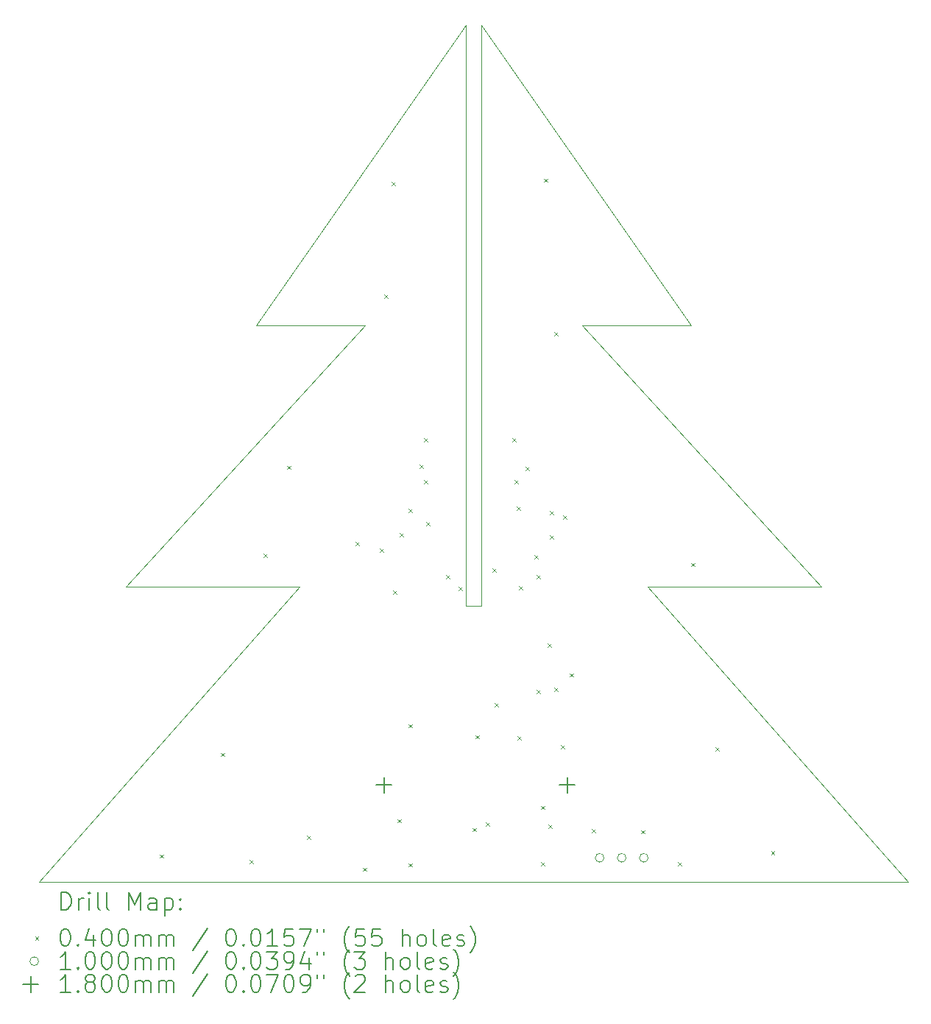
<source format=gbr>
%TF.GenerationSoftware,KiCad,Pcbnew,7.0.8*%
%TF.CreationDate,2024-03-10T12:53:17+01:00*%
%TF.ProjectId,PCB_Christmas_Tree,5043425f-4368-4726-9973-746d61735f54,rev?*%
%TF.SameCoordinates,Original*%
%TF.FileFunction,Drillmap*%
%TF.FilePolarity,Positive*%
%FSLAX45Y45*%
G04 Gerber Fmt 4.5, Leading zero omitted, Abs format (unit mm)*
G04 Created by KiCad (PCBNEW 7.0.8) date 2024-03-10 12:53:17*
%MOMM*%
%LPD*%
G01*
G04 APERTURE LIST*
%ADD10C,0.100000*%
%ADD11C,0.200000*%
%ADD12C,0.040000*%
%ADD13C,0.180000*%
G04 APERTURE END LIST*
D10*
X8345000Y-7780000D02*
X5595000Y-10780000D01*
X10845000Y-7780000D02*
X12095000Y-7780000D01*
X9685000Y-4320000D02*
X12095000Y-7780000D01*
X7595000Y-10780000D02*
X4595000Y-14180000D01*
X9685000Y-4320000D02*
X9685000Y-11000000D01*
X10845000Y-7780000D02*
X13595000Y-10780000D01*
X9505000Y-11000000D02*
X9505000Y-4320000D01*
X13595000Y-10780000D02*
X11595000Y-10780000D01*
X7095000Y-7780000D02*
X8345000Y-7780000D01*
X11595000Y-10780000D02*
X14595000Y-14180000D01*
X9505000Y-4320000D02*
X7095000Y-7780000D01*
X14595000Y-14180000D02*
X4595000Y-14180000D01*
X7595000Y-10780000D02*
X5595000Y-10780000D01*
X9685000Y-11000000D02*
X9505000Y-11000000D01*
D11*
D12*
X5987100Y-13861100D02*
X6027100Y-13901100D01*
X6027100Y-13861100D02*
X5987100Y-13901100D01*
X6685600Y-12692700D02*
X6725600Y-12732700D01*
X6725600Y-12692700D02*
X6685600Y-12732700D01*
X7015800Y-13924600D02*
X7055800Y-13964600D01*
X7055800Y-13924600D02*
X7015800Y-13964600D01*
X7180500Y-10399600D02*
X7220500Y-10439600D01*
X7220500Y-10399600D02*
X7180500Y-10439600D01*
X7447600Y-9390700D02*
X7487600Y-9430700D01*
X7487600Y-9390700D02*
X7447600Y-9430700D01*
X7676200Y-13645200D02*
X7716200Y-13685200D01*
X7716200Y-13645200D02*
X7676200Y-13685200D01*
X8235000Y-10267000D02*
X8275000Y-10307000D01*
X8275000Y-10267000D02*
X8235000Y-10307000D01*
X8323900Y-14013500D02*
X8363900Y-14053500D01*
X8363900Y-14013500D02*
X8323900Y-14053500D01*
X8514400Y-10343200D02*
X8554400Y-10383200D01*
X8554400Y-10343200D02*
X8514400Y-10383200D01*
X8565200Y-7422200D02*
X8605200Y-7462200D01*
X8605200Y-7422200D02*
X8565200Y-7462200D01*
X8654100Y-6126800D02*
X8694100Y-6166800D01*
X8694100Y-6126800D02*
X8654100Y-6166800D01*
X8666800Y-10825800D02*
X8706800Y-10865800D01*
X8706800Y-10825800D02*
X8666800Y-10865800D01*
X8717600Y-13455000D02*
X8757600Y-13495000D01*
X8757600Y-13455000D02*
X8717600Y-13495000D01*
X8743000Y-10165400D02*
X8783000Y-10205400D01*
X8783000Y-10165400D02*
X8743000Y-10205400D01*
X8844600Y-9886000D02*
X8884600Y-9926000D01*
X8884600Y-9886000D02*
X8844600Y-9926000D01*
X8844600Y-12362500D02*
X8884600Y-12402500D01*
X8884600Y-12362500D02*
X8844600Y-12402500D01*
X8844600Y-13962700D02*
X8884600Y-14002700D01*
X8884600Y-13962700D02*
X8844600Y-14002700D01*
X8971600Y-9378000D02*
X9011600Y-9418000D01*
X9011600Y-9378000D02*
X8971600Y-9418000D01*
X9022400Y-9073200D02*
X9062400Y-9113200D01*
X9062400Y-9073200D02*
X9022400Y-9113200D01*
X9022400Y-9555800D02*
X9062400Y-9595800D01*
X9062400Y-9555800D02*
X9022400Y-9595800D01*
X9047800Y-10037200D02*
X9087800Y-10077200D01*
X9087800Y-10037200D02*
X9047800Y-10077200D01*
X9276400Y-10648000D02*
X9316400Y-10688000D01*
X9316400Y-10648000D02*
X9276400Y-10688000D01*
X9422000Y-10783000D02*
X9462000Y-10823000D01*
X9462000Y-10783000D02*
X9422000Y-10823000D01*
X9581200Y-13556300D02*
X9621200Y-13596300D01*
X9621200Y-13556300D02*
X9581200Y-13596300D01*
X9619300Y-12489500D02*
X9659300Y-12529500D01*
X9659300Y-12489500D02*
X9619300Y-12529500D01*
X9733600Y-13492800D02*
X9773600Y-13532800D01*
X9773600Y-13492800D02*
X9733600Y-13532800D01*
X9809800Y-10571800D02*
X9849800Y-10611800D01*
X9849800Y-10571800D02*
X9809800Y-10611800D01*
X9835200Y-12121200D02*
X9875200Y-12161200D01*
X9875200Y-12121200D02*
X9835200Y-12161200D01*
X10038400Y-9073200D02*
X10078400Y-9113200D01*
X10078400Y-9073200D02*
X10038400Y-9113200D01*
X10063800Y-9555800D02*
X10103800Y-9595800D01*
X10103800Y-9555800D02*
X10063800Y-9595800D01*
X10089200Y-9860600D02*
X10129200Y-9900600D01*
X10129200Y-9860600D02*
X10089200Y-9900600D01*
X10101900Y-12502200D02*
X10141900Y-12542200D01*
X10141900Y-12502200D02*
X10101900Y-12542200D01*
X10114600Y-10775000D02*
X10154600Y-10815000D01*
X10154600Y-10775000D02*
X10114600Y-10815000D01*
X10190800Y-9403400D02*
X10230800Y-9443400D01*
X10230800Y-9403400D02*
X10190800Y-9443400D01*
X10292400Y-10419400D02*
X10332400Y-10459400D01*
X10332400Y-10419400D02*
X10292400Y-10459400D01*
X10317800Y-10648000D02*
X10357800Y-10688000D01*
X10357800Y-10648000D02*
X10317800Y-10688000D01*
X10317800Y-11968800D02*
X10357800Y-12008800D01*
X10357800Y-11968800D02*
X10317800Y-12008800D01*
X10368600Y-13302300D02*
X10408600Y-13342300D01*
X10408600Y-13302300D02*
X10368600Y-13342300D01*
X10368600Y-13950000D02*
X10408600Y-13990000D01*
X10408600Y-13950000D02*
X10368600Y-13990000D01*
X10406700Y-6088700D02*
X10446700Y-6128700D01*
X10446700Y-6088700D02*
X10406700Y-6128700D01*
X10444800Y-11435400D02*
X10484800Y-11475400D01*
X10484800Y-11435400D02*
X10444800Y-11475400D01*
X10457500Y-13518200D02*
X10497500Y-13558200D01*
X10497500Y-13518200D02*
X10457500Y-13558200D01*
X10470200Y-9911400D02*
X10510200Y-9951400D01*
X10510200Y-9911400D02*
X10470200Y-9951400D01*
X10470200Y-10190800D02*
X10510200Y-10230800D01*
X10510200Y-10190800D02*
X10470200Y-10230800D01*
X10521000Y-7854000D02*
X10561000Y-7894000D01*
X10561000Y-7854000D02*
X10521000Y-7894000D01*
X10521000Y-11943400D02*
X10561000Y-11983400D01*
X10561000Y-11943400D02*
X10521000Y-11983400D01*
X10597200Y-12603800D02*
X10637200Y-12643800D01*
X10637200Y-12603800D02*
X10597200Y-12643800D01*
X10622600Y-9962200D02*
X10662600Y-10002200D01*
X10662600Y-9962200D02*
X10622600Y-10002200D01*
X10698800Y-11777500D02*
X10738800Y-11817500D01*
X10738800Y-11777500D02*
X10698800Y-11817500D01*
X10952800Y-13569000D02*
X10992800Y-13609000D01*
X10992800Y-13569000D02*
X10952800Y-13609000D01*
X11524300Y-13581700D02*
X11564300Y-13621700D01*
X11564300Y-13581700D02*
X11524300Y-13621700D01*
X11943400Y-13950000D02*
X11983400Y-13990000D01*
X11983400Y-13950000D02*
X11943400Y-13990000D01*
X12095800Y-10508300D02*
X12135800Y-10548300D01*
X12135800Y-10508300D02*
X12095800Y-10548300D01*
X12375200Y-12629200D02*
X12415200Y-12669200D01*
X12415200Y-12629200D02*
X12375200Y-12669200D01*
X13016500Y-13823600D02*
X13056500Y-13863600D01*
X13056500Y-13823600D02*
X13016500Y-13863600D01*
D10*
X11094500Y-13900000D02*
G75*
G03*
X11094500Y-13900000I-50000J0D01*
G01*
X11348500Y-13900000D02*
G75*
G03*
X11348500Y-13900000I-50000J0D01*
G01*
X11602500Y-13900000D02*
G75*
G03*
X11602500Y-13900000I-50000J0D01*
G01*
D13*
X8564400Y-12972700D02*
X8564400Y-13152700D01*
X8474400Y-13062700D02*
X8654400Y-13062700D01*
X10672600Y-12972700D02*
X10672600Y-13152700D01*
X10582600Y-13062700D02*
X10762600Y-13062700D01*
D11*
X4850777Y-14496484D02*
X4850777Y-14296484D01*
X4850777Y-14296484D02*
X4898396Y-14296484D01*
X4898396Y-14296484D02*
X4926967Y-14306008D01*
X4926967Y-14306008D02*
X4946015Y-14325055D01*
X4946015Y-14325055D02*
X4955539Y-14344103D01*
X4955539Y-14344103D02*
X4965063Y-14382198D01*
X4965063Y-14382198D02*
X4965063Y-14410769D01*
X4965063Y-14410769D02*
X4955539Y-14448865D01*
X4955539Y-14448865D02*
X4946015Y-14467912D01*
X4946015Y-14467912D02*
X4926967Y-14486960D01*
X4926967Y-14486960D02*
X4898396Y-14496484D01*
X4898396Y-14496484D02*
X4850777Y-14496484D01*
X5050777Y-14496484D02*
X5050777Y-14363150D01*
X5050777Y-14401246D02*
X5060301Y-14382198D01*
X5060301Y-14382198D02*
X5069824Y-14372674D01*
X5069824Y-14372674D02*
X5088872Y-14363150D01*
X5088872Y-14363150D02*
X5107920Y-14363150D01*
X5174586Y-14496484D02*
X5174586Y-14363150D01*
X5174586Y-14296484D02*
X5165063Y-14306008D01*
X5165063Y-14306008D02*
X5174586Y-14315531D01*
X5174586Y-14315531D02*
X5184110Y-14306008D01*
X5184110Y-14306008D02*
X5174586Y-14296484D01*
X5174586Y-14296484D02*
X5174586Y-14315531D01*
X5298396Y-14496484D02*
X5279348Y-14486960D01*
X5279348Y-14486960D02*
X5269824Y-14467912D01*
X5269824Y-14467912D02*
X5269824Y-14296484D01*
X5403158Y-14496484D02*
X5384110Y-14486960D01*
X5384110Y-14486960D02*
X5374586Y-14467912D01*
X5374586Y-14467912D02*
X5374586Y-14296484D01*
X5631729Y-14496484D02*
X5631729Y-14296484D01*
X5631729Y-14296484D02*
X5698396Y-14439341D01*
X5698396Y-14439341D02*
X5765062Y-14296484D01*
X5765062Y-14296484D02*
X5765062Y-14496484D01*
X5946015Y-14496484D02*
X5946015Y-14391722D01*
X5946015Y-14391722D02*
X5936491Y-14372674D01*
X5936491Y-14372674D02*
X5917443Y-14363150D01*
X5917443Y-14363150D02*
X5879348Y-14363150D01*
X5879348Y-14363150D02*
X5860301Y-14372674D01*
X5946015Y-14486960D02*
X5926967Y-14496484D01*
X5926967Y-14496484D02*
X5879348Y-14496484D01*
X5879348Y-14496484D02*
X5860301Y-14486960D01*
X5860301Y-14486960D02*
X5850777Y-14467912D01*
X5850777Y-14467912D02*
X5850777Y-14448865D01*
X5850777Y-14448865D02*
X5860301Y-14429817D01*
X5860301Y-14429817D02*
X5879348Y-14420293D01*
X5879348Y-14420293D02*
X5926967Y-14420293D01*
X5926967Y-14420293D02*
X5946015Y-14410769D01*
X6041253Y-14363150D02*
X6041253Y-14563150D01*
X6041253Y-14372674D02*
X6060301Y-14363150D01*
X6060301Y-14363150D02*
X6098396Y-14363150D01*
X6098396Y-14363150D02*
X6117443Y-14372674D01*
X6117443Y-14372674D02*
X6126967Y-14382198D01*
X6126967Y-14382198D02*
X6136491Y-14401246D01*
X6136491Y-14401246D02*
X6136491Y-14458388D01*
X6136491Y-14458388D02*
X6126967Y-14477436D01*
X6126967Y-14477436D02*
X6117443Y-14486960D01*
X6117443Y-14486960D02*
X6098396Y-14496484D01*
X6098396Y-14496484D02*
X6060301Y-14496484D01*
X6060301Y-14496484D02*
X6041253Y-14486960D01*
X6222205Y-14477436D02*
X6231729Y-14486960D01*
X6231729Y-14486960D02*
X6222205Y-14496484D01*
X6222205Y-14496484D02*
X6212682Y-14486960D01*
X6212682Y-14486960D02*
X6222205Y-14477436D01*
X6222205Y-14477436D02*
X6222205Y-14496484D01*
X6222205Y-14372674D02*
X6231729Y-14382198D01*
X6231729Y-14382198D02*
X6222205Y-14391722D01*
X6222205Y-14391722D02*
X6212682Y-14382198D01*
X6212682Y-14382198D02*
X6222205Y-14372674D01*
X6222205Y-14372674D02*
X6222205Y-14391722D01*
D12*
X4550000Y-14805000D02*
X4590000Y-14845000D01*
X4590000Y-14805000D02*
X4550000Y-14845000D01*
D11*
X4888872Y-14716484D02*
X4907920Y-14716484D01*
X4907920Y-14716484D02*
X4926967Y-14726008D01*
X4926967Y-14726008D02*
X4936491Y-14735531D01*
X4936491Y-14735531D02*
X4946015Y-14754579D01*
X4946015Y-14754579D02*
X4955539Y-14792674D01*
X4955539Y-14792674D02*
X4955539Y-14840293D01*
X4955539Y-14840293D02*
X4946015Y-14878388D01*
X4946015Y-14878388D02*
X4936491Y-14897436D01*
X4936491Y-14897436D02*
X4926967Y-14906960D01*
X4926967Y-14906960D02*
X4907920Y-14916484D01*
X4907920Y-14916484D02*
X4888872Y-14916484D01*
X4888872Y-14916484D02*
X4869824Y-14906960D01*
X4869824Y-14906960D02*
X4860301Y-14897436D01*
X4860301Y-14897436D02*
X4850777Y-14878388D01*
X4850777Y-14878388D02*
X4841253Y-14840293D01*
X4841253Y-14840293D02*
X4841253Y-14792674D01*
X4841253Y-14792674D02*
X4850777Y-14754579D01*
X4850777Y-14754579D02*
X4860301Y-14735531D01*
X4860301Y-14735531D02*
X4869824Y-14726008D01*
X4869824Y-14726008D02*
X4888872Y-14716484D01*
X5041253Y-14897436D02*
X5050777Y-14906960D01*
X5050777Y-14906960D02*
X5041253Y-14916484D01*
X5041253Y-14916484D02*
X5031729Y-14906960D01*
X5031729Y-14906960D02*
X5041253Y-14897436D01*
X5041253Y-14897436D02*
X5041253Y-14916484D01*
X5222205Y-14783150D02*
X5222205Y-14916484D01*
X5174586Y-14706960D02*
X5126967Y-14849817D01*
X5126967Y-14849817D02*
X5250777Y-14849817D01*
X5365063Y-14716484D02*
X5384110Y-14716484D01*
X5384110Y-14716484D02*
X5403158Y-14726008D01*
X5403158Y-14726008D02*
X5412682Y-14735531D01*
X5412682Y-14735531D02*
X5422205Y-14754579D01*
X5422205Y-14754579D02*
X5431729Y-14792674D01*
X5431729Y-14792674D02*
X5431729Y-14840293D01*
X5431729Y-14840293D02*
X5422205Y-14878388D01*
X5422205Y-14878388D02*
X5412682Y-14897436D01*
X5412682Y-14897436D02*
X5403158Y-14906960D01*
X5403158Y-14906960D02*
X5384110Y-14916484D01*
X5384110Y-14916484D02*
X5365063Y-14916484D01*
X5365063Y-14916484D02*
X5346015Y-14906960D01*
X5346015Y-14906960D02*
X5336491Y-14897436D01*
X5336491Y-14897436D02*
X5326967Y-14878388D01*
X5326967Y-14878388D02*
X5317444Y-14840293D01*
X5317444Y-14840293D02*
X5317444Y-14792674D01*
X5317444Y-14792674D02*
X5326967Y-14754579D01*
X5326967Y-14754579D02*
X5336491Y-14735531D01*
X5336491Y-14735531D02*
X5346015Y-14726008D01*
X5346015Y-14726008D02*
X5365063Y-14716484D01*
X5555539Y-14716484D02*
X5574586Y-14716484D01*
X5574586Y-14716484D02*
X5593634Y-14726008D01*
X5593634Y-14726008D02*
X5603158Y-14735531D01*
X5603158Y-14735531D02*
X5612682Y-14754579D01*
X5612682Y-14754579D02*
X5622205Y-14792674D01*
X5622205Y-14792674D02*
X5622205Y-14840293D01*
X5622205Y-14840293D02*
X5612682Y-14878388D01*
X5612682Y-14878388D02*
X5603158Y-14897436D01*
X5603158Y-14897436D02*
X5593634Y-14906960D01*
X5593634Y-14906960D02*
X5574586Y-14916484D01*
X5574586Y-14916484D02*
X5555539Y-14916484D01*
X5555539Y-14916484D02*
X5536491Y-14906960D01*
X5536491Y-14906960D02*
X5526967Y-14897436D01*
X5526967Y-14897436D02*
X5517444Y-14878388D01*
X5517444Y-14878388D02*
X5507920Y-14840293D01*
X5507920Y-14840293D02*
X5507920Y-14792674D01*
X5507920Y-14792674D02*
X5517444Y-14754579D01*
X5517444Y-14754579D02*
X5526967Y-14735531D01*
X5526967Y-14735531D02*
X5536491Y-14726008D01*
X5536491Y-14726008D02*
X5555539Y-14716484D01*
X5707920Y-14916484D02*
X5707920Y-14783150D01*
X5707920Y-14802198D02*
X5717443Y-14792674D01*
X5717443Y-14792674D02*
X5736491Y-14783150D01*
X5736491Y-14783150D02*
X5765063Y-14783150D01*
X5765063Y-14783150D02*
X5784110Y-14792674D01*
X5784110Y-14792674D02*
X5793634Y-14811722D01*
X5793634Y-14811722D02*
X5793634Y-14916484D01*
X5793634Y-14811722D02*
X5803158Y-14792674D01*
X5803158Y-14792674D02*
X5822205Y-14783150D01*
X5822205Y-14783150D02*
X5850777Y-14783150D01*
X5850777Y-14783150D02*
X5869824Y-14792674D01*
X5869824Y-14792674D02*
X5879348Y-14811722D01*
X5879348Y-14811722D02*
X5879348Y-14916484D01*
X5974586Y-14916484D02*
X5974586Y-14783150D01*
X5974586Y-14802198D02*
X5984110Y-14792674D01*
X5984110Y-14792674D02*
X6003158Y-14783150D01*
X6003158Y-14783150D02*
X6031729Y-14783150D01*
X6031729Y-14783150D02*
X6050777Y-14792674D01*
X6050777Y-14792674D02*
X6060301Y-14811722D01*
X6060301Y-14811722D02*
X6060301Y-14916484D01*
X6060301Y-14811722D02*
X6069824Y-14792674D01*
X6069824Y-14792674D02*
X6088872Y-14783150D01*
X6088872Y-14783150D02*
X6117443Y-14783150D01*
X6117443Y-14783150D02*
X6136491Y-14792674D01*
X6136491Y-14792674D02*
X6146015Y-14811722D01*
X6146015Y-14811722D02*
X6146015Y-14916484D01*
X6536491Y-14706960D02*
X6365063Y-14964103D01*
X6793634Y-14716484D02*
X6812682Y-14716484D01*
X6812682Y-14716484D02*
X6831729Y-14726008D01*
X6831729Y-14726008D02*
X6841253Y-14735531D01*
X6841253Y-14735531D02*
X6850777Y-14754579D01*
X6850777Y-14754579D02*
X6860301Y-14792674D01*
X6860301Y-14792674D02*
X6860301Y-14840293D01*
X6860301Y-14840293D02*
X6850777Y-14878388D01*
X6850777Y-14878388D02*
X6841253Y-14897436D01*
X6841253Y-14897436D02*
X6831729Y-14906960D01*
X6831729Y-14906960D02*
X6812682Y-14916484D01*
X6812682Y-14916484D02*
X6793634Y-14916484D01*
X6793634Y-14916484D02*
X6774586Y-14906960D01*
X6774586Y-14906960D02*
X6765063Y-14897436D01*
X6765063Y-14897436D02*
X6755539Y-14878388D01*
X6755539Y-14878388D02*
X6746015Y-14840293D01*
X6746015Y-14840293D02*
X6746015Y-14792674D01*
X6746015Y-14792674D02*
X6755539Y-14754579D01*
X6755539Y-14754579D02*
X6765063Y-14735531D01*
X6765063Y-14735531D02*
X6774586Y-14726008D01*
X6774586Y-14726008D02*
X6793634Y-14716484D01*
X6946015Y-14897436D02*
X6955539Y-14906960D01*
X6955539Y-14906960D02*
X6946015Y-14916484D01*
X6946015Y-14916484D02*
X6936491Y-14906960D01*
X6936491Y-14906960D02*
X6946015Y-14897436D01*
X6946015Y-14897436D02*
X6946015Y-14916484D01*
X7079348Y-14716484D02*
X7098396Y-14716484D01*
X7098396Y-14716484D02*
X7117444Y-14726008D01*
X7117444Y-14726008D02*
X7126967Y-14735531D01*
X7126967Y-14735531D02*
X7136491Y-14754579D01*
X7136491Y-14754579D02*
X7146015Y-14792674D01*
X7146015Y-14792674D02*
X7146015Y-14840293D01*
X7146015Y-14840293D02*
X7136491Y-14878388D01*
X7136491Y-14878388D02*
X7126967Y-14897436D01*
X7126967Y-14897436D02*
X7117444Y-14906960D01*
X7117444Y-14906960D02*
X7098396Y-14916484D01*
X7098396Y-14916484D02*
X7079348Y-14916484D01*
X7079348Y-14916484D02*
X7060301Y-14906960D01*
X7060301Y-14906960D02*
X7050777Y-14897436D01*
X7050777Y-14897436D02*
X7041253Y-14878388D01*
X7041253Y-14878388D02*
X7031729Y-14840293D01*
X7031729Y-14840293D02*
X7031729Y-14792674D01*
X7031729Y-14792674D02*
X7041253Y-14754579D01*
X7041253Y-14754579D02*
X7050777Y-14735531D01*
X7050777Y-14735531D02*
X7060301Y-14726008D01*
X7060301Y-14726008D02*
X7079348Y-14716484D01*
X7336491Y-14916484D02*
X7222206Y-14916484D01*
X7279348Y-14916484D02*
X7279348Y-14716484D01*
X7279348Y-14716484D02*
X7260301Y-14745055D01*
X7260301Y-14745055D02*
X7241253Y-14764103D01*
X7241253Y-14764103D02*
X7222206Y-14773627D01*
X7517444Y-14716484D02*
X7422206Y-14716484D01*
X7422206Y-14716484D02*
X7412682Y-14811722D01*
X7412682Y-14811722D02*
X7422206Y-14802198D01*
X7422206Y-14802198D02*
X7441253Y-14792674D01*
X7441253Y-14792674D02*
X7488872Y-14792674D01*
X7488872Y-14792674D02*
X7507920Y-14802198D01*
X7507920Y-14802198D02*
X7517444Y-14811722D01*
X7517444Y-14811722D02*
X7526967Y-14830769D01*
X7526967Y-14830769D02*
X7526967Y-14878388D01*
X7526967Y-14878388D02*
X7517444Y-14897436D01*
X7517444Y-14897436D02*
X7507920Y-14906960D01*
X7507920Y-14906960D02*
X7488872Y-14916484D01*
X7488872Y-14916484D02*
X7441253Y-14916484D01*
X7441253Y-14916484D02*
X7422206Y-14906960D01*
X7422206Y-14906960D02*
X7412682Y-14897436D01*
X7593634Y-14716484D02*
X7726967Y-14716484D01*
X7726967Y-14716484D02*
X7641253Y-14916484D01*
X7793634Y-14716484D02*
X7793634Y-14754579D01*
X7869825Y-14716484D02*
X7869825Y-14754579D01*
X8165063Y-14992674D02*
X8155539Y-14983150D01*
X8155539Y-14983150D02*
X8136491Y-14954579D01*
X8136491Y-14954579D02*
X8126968Y-14935531D01*
X8126968Y-14935531D02*
X8117444Y-14906960D01*
X8117444Y-14906960D02*
X8107920Y-14859341D01*
X8107920Y-14859341D02*
X8107920Y-14821246D01*
X8107920Y-14821246D02*
X8117444Y-14773627D01*
X8117444Y-14773627D02*
X8126968Y-14745055D01*
X8126968Y-14745055D02*
X8136491Y-14726008D01*
X8136491Y-14726008D02*
X8155539Y-14697436D01*
X8155539Y-14697436D02*
X8165063Y-14687912D01*
X8336491Y-14716484D02*
X8241253Y-14716484D01*
X8241253Y-14716484D02*
X8231729Y-14811722D01*
X8231729Y-14811722D02*
X8241253Y-14802198D01*
X8241253Y-14802198D02*
X8260301Y-14792674D01*
X8260301Y-14792674D02*
X8307920Y-14792674D01*
X8307920Y-14792674D02*
X8326968Y-14802198D01*
X8326968Y-14802198D02*
X8336491Y-14811722D01*
X8336491Y-14811722D02*
X8346015Y-14830769D01*
X8346015Y-14830769D02*
X8346015Y-14878388D01*
X8346015Y-14878388D02*
X8336491Y-14897436D01*
X8336491Y-14897436D02*
X8326968Y-14906960D01*
X8326968Y-14906960D02*
X8307920Y-14916484D01*
X8307920Y-14916484D02*
X8260301Y-14916484D01*
X8260301Y-14916484D02*
X8241253Y-14906960D01*
X8241253Y-14906960D02*
X8231729Y-14897436D01*
X8526968Y-14716484D02*
X8431730Y-14716484D01*
X8431730Y-14716484D02*
X8422206Y-14811722D01*
X8422206Y-14811722D02*
X8431730Y-14802198D01*
X8431730Y-14802198D02*
X8450777Y-14792674D01*
X8450777Y-14792674D02*
X8498396Y-14792674D01*
X8498396Y-14792674D02*
X8517444Y-14802198D01*
X8517444Y-14802198D02*
X8526968Y-14811722D01*
X8526968Y-14811722D02*
X8536491Y-14830769D01*
X8536491Y-14830769D02*
X8536491Y-14878388D01*
X8536491Y-14878388D02*
X8526968Y-14897436D01*
X8526968Y-14897436D02*
X8517444Y-14906960D01*
X8517444Y-14906960D02*
X8498396Y-14916484D01*
X8498396Y-14916484D02*
X8450777Y-14916484D01*
X8450777Y-14916484D02*
X8431730Y-14906960D01*
X8431730Y-14906960D02*
X8422206Y-14897436D01*
X8774587Y-14916484D02*
X8774587Y-14716484D01*
X8860301Y-14916484D02*
X8860301Y-14811722D01*
X8860301Y-14811722D02*
X8850777Y-14792674D01*
X8850777Y-14792674D02*
X8831730Y-14783150D01*
X8831730Y-14783150D02*
X8803158Y-14783150D01*
X8803158Y-14783150D02*
X8784111Y-14792674D01*
X8784111Y-14792674D02*
X8774587Y-14802198D01*
X8984111Y-14916484D02*
X8965063Y-14906960D01*
X8965063Y-14906960D02*
X8955539Y-14897436D01*
X8955539Y-14897436D02*
X8946015Y-14878388D01*
X8946015Y-14878388D02*
X8946015Y-14821246D01*
X8946015Y-14821246D02*
X8955539Y-14802198D01*
X8955539Y-14802198D02*
X8965063Y-14792674D01*
X8965063Y-14792674D02*
X8984111Y-14783150D01*
X8984111Y-14783150D02*
X9012682Y-14783150D01*
X9012682Y-14783150D02*
X9031730Y-14792674D01*
X9031730Y-14792674D02*
X9041253Y-14802198D01*
X9041253Y-14802198D02*
X9050777Y-14821246D01*
X9050777Y-14821246D02*
X9050777Y-14878388D01*
X9050777Y-14878388D02*
X9041253Y-14897436D01*
X9041253Y-14897436D02*
X9031730Y-14906960D01*
X9031730Y-14906960D02*
X9012682Y-14916484D01*
X9012682Y-14916484D02*
X8984111Y-14916484D01*
X9165063Y-14916484D02*
X9146015Y-14906960D01*
X9146015Y-14906960D02*
X9136492Y-14887912D01*
X9136492Y-14887912D02*
X9136492Y-14716484D01*
X9317444Y-14906960D02*
X9298396Y-14916484D01*
X9298396Y-14916484D02*
X9260301Y-14916484D01*
X9260301Y-14916484D02*
X9241253Y-14906960D01*
X9241253Y-14906960D02*
X9231730Y-14887912D01*
X9231730Y-14887912D02*
X9231730Y-14811722D01*
X9231730Y-14811722D02*
X9241253Y-14792674D01*
X9241253Y-14792674D02*
X9260301Y-14783150D01*
X9260301Y-14783150D02*
X9298396Y-14783150D01*
X9298396Y-14783150D02*
X9317444Y-14792674D01*
X9317444Y-14792674D02*
X9326968Y-14811722D01*
X9326968Y-14811722D02*
X9326968Y-14830769D01*
X9326968Y-14830769D02*
X9231730Y-14849817D01*
X9403158Y-14906960D02*
X9422206Y-14916484D01*
X9422206Y-14916484D02*
X9460301Y-14916484D01*
X9460301Y-14916484D02*
X9479349Y-14906960D01*
X9479349Y-14906960D02*
X9488873Y-14887912D01*
X9488873Y-14887912D02*
X9488873Y-14878388D01*
X9488873Y-14878388D02*
X9479349Y-14859341D01*
X9479349Y-14859341D02*
X9460301Y-14849817D01*
X9460301Y-14849817D02*
X9431730Y-14849817D01*
X9431730Y-14849817D02*
X9412682Y-14840293D01*
X9412682Y-14840293D02*
X9403158Y-14821246D01*
X9403158Y-14821246D02*
X9403158Y-14811722D01*
X9403158Y-14811722D02*
X9412682Y-14792674D01*
X9412682Y-14792674D02*
X9431730Y-14783150D01*
X9431730Y-14783150D02*
X9460301Y-14783150D01*
X9460301Y-14783150D02*
X9479349Y-14792674D01*
X9555539Y-14992674D02*
X9565063Y-14983150D01*
X9565063Y-14983150D02*
X9584111Y-14954579D01*
X9584111Y-14954579D02*
X9593634Y-14935531D01*
X9593634Y-14935531D02*
X9603158Y-14906960D01*
X9603158Y-14906960D02*
X9612682Y-14859341D01*
X9612682Y-14859341D02*
X9612682Y-14821246D01*
X9612682Y-14821246D02*
X9603158Y-14773627D01*
X9603158Y-14773627D02*
X9593634Y-14745055D01*
X9593634Y-14745055D02*
X9584111Y-14726008D01*
X9584111Y-14726008D02*
X9565063Y-14697436D01*
X9565063Y-14697436D02*
X9555539Y-14687912D01*
D10*
X4590000Y-15089000D02*
G75*
G03*
X4590000Y-15089000I-50000J0D01*
G01*
D11*
X4955539Y-15180484D02*
X4841253Y-15180484D01*
X4898396Y-15180484D02*
X4898396Y-14980484D01*
X4898396Y-14980484D02*
X4879348Y-15009055D01*
X4879348Y-15009055D02*
X4860301Y-15028103D01*
X4860301Y-15028103D02*
X4841253Y-15037627D01*
X5041253Y-15161436D02*
X5050777Y-15170960D01*
X5050777Y-15170960D02*
X5041253Y-15180484D01*
X5041253Y-15180484D02*
X5031729Y-15170960D01*
X5031729Y-15170960D02*
X5041253Y-15161436D01*
X5041253Y-15161436D02*
X5041253Y-15180484D01*
X5174586Y-14980484D02*
X5193634Y-14980484D01*
X5193634Y-14980484D02*
X5212682Y-14990008D01*
X5212682Y-14990008D02*
X5222205Y-14999531D01*
X5222205Y-14999531D02*
X5231729Y-15018579D01*
X5231729Y-15018579D02*
X5241253Y-15056674D01*
X5241253Y-15056674D02*
X5241253Y-15104293D01*
X5241253Y-15104293D02*
X5231729Y-15142388D01*
X5231729Y-15142388D02*
X5222205Y-15161436D01*
X5222205Y-15161436D02*
X5212682Y-15170960D01*
X5212682Y-15170960D02*
X5193634Y-15180484D01*
X5193634Y-15180484D02*
X5174586Y-15180484D01*
X5174586Y-15180484D02*
X5155539Y-15170960D01*
X5155539Y-15170960D02*
X5146015Y-15161436D01*
X5146015Y-15161436D02*
X5136491Y-15142388D01*
X5136491Y-15142388D02*
X5126967Y-15104293D01*
X5126967Y-15104293D02*
X5126967Y-15056674D01*
X5126967Y-15056674D02*
X5136491Y-15018579D01*
X5136491Y-15018579D02*
X5146015Y-14999531D01*
X5146015Y-14999531D02*
X5155539Y-14990008D01*
X5155539Y-14990008D02*
X5174586Y-14980484D01*
X5365063Y-14980484D02*
X5384110Y-14980484D01*
X5384110Y-14980484D02*
X5403158Y-14990008D01*
X5403158Y-14990008D02*
X5412682Y-14999531D01*
X5412682Y-14999531D02*
X5422205Y-15018579D01*
X5422205Y-15018579D02*
X5431729Y-15056674D01*
X5431729Y-15056674D02*
X5431729Y-15104293D01*
X5431729Y-15104293D02*
X5422205Y-15142388D01*
X5422205Y-15142388D02*
X5412682Y-15161436D01*
X5412682Y-15161436D02*
X5403158Y-15170960D01*
X5403158Y-15170960D02*
X5384110Y-15180484D01*
X5384110Y-15180484D02*
X5365063Y-15180484D01*
X5365063Y-15180484D02*
X5346015Y-15170960D01*
X5346015Y-15170960D02*
X5336491Y-15161436D01*
X5336491Y-15161436D02*
X5326967Y-15142388D01*
X5326967Y-15142388D02*
X5317444Y-15104293D01*
X5317444Y-15104293D02*
X5317444Y-15056674D01*
X5317444Y-15056674D02*
X5326967Y-15018579D01*
X5326967Y-15018579D02*
X5336491Y-14999531D01*
X5336491Y-14999531D02*
X5346015Y-14990008D01*
X5346015Y-14990008D02*
X5365063Y-14980484D01*
X5555539Y-14980484D02*
X5574586Y-14980484D01*
X5574586Y-14980484D02*
X5593634Y-14990008D01*
X5593634Y-14990008D02*
X5603158Y-14999531D01*
X5603158Y-14999531D02*
X5612682Y-15018579D01*
X5612682Y-15018579D02*
X5622205Y-15056674D01*
X5622205Y-15056674D02*
X5622205Y-15104293D01*
X5622205Y-15104293D02*
X5612682Y-15142388D01*
X5612682Y-15142388D02*
X5603158Y-15161436D01*
X5603158Y-15161436D02*
X5593634Y-15170960D01*
X5593634Y-15170960D02*
X5574586Y-15180484D01*
X5574586Y-15180484D02*
X5555539Y-15180484D01*
X5555539Y-15180484D02*
X5536491Y-15170960D01*
X5536491Y-15170960D02*
X5526967Y-15161436D01*
X5526967Y-15161436D02*
X5517444Y-15142388D01*
X5517444Y-15142388D02*
X5507920Y-15104293D01*
X5507920Y-15104293D02*
X5507920Y-15056674D01*
X5507920Y-15056674D02*
X5517444Y-15018579D01*
X5517444Y-15018579D02*
X5526967Y-14999531D01*
X5526967Y-14999531D02*
X5536491Y-14990008D01*
X5536491Y-14990008D02*
X5555539Y-14980484D01*
X5707920Y-15180484D02*
X5707920Y-15047150D01*
X5707920Y-15066198D02*
X5717443Y-15056674D01*
X5717443Y-15056674D02*
X5736491Y-15047150D01*
X5736491Y-15047150D02*
X5765063Y-15047150D01*
X5765063Y-15047150D02*
X5784110Y-15056674D01*
X5784110Y-15056674D02*
X5793634Y-15075722D01*
X5793634Y-15075722D02*
X5793634Y-15180484D01*
X5793634Y-15075722D02*
X5803158Y-15056674D01*
X5803158Y-15056674D02*
X5822205Y-15047150D01*
X5822205Y-15047150D02*
X5850777Y-15047150D01*
X5850777Y-15047150D02*
X5869824Y-15056674D01*
X5869824Y-15056674D02*
X5879348Y-15075722D01*
X5879348Y-15075722D02*
X5879348Y-15180484D01*
X5974586Y-15180484D02*
X5974586Y-15047150D01*
X5974586Y-15066198D02*
X5984110Y-15056674D01*
X5984110Y-15056674D02*
X6003158Y-15047150D01*
X6003158Y-15047150D02*
X6031729Y-15047150D01*
X6031729Y-15047150D02*
X6050777Y-15056674D01*
X6050777Y-15056674D02*
X6060301Y-15075722D01*
X6060301Y-15075722D02*
X6060301Y-15180484D01*
X6060301Y-15075722D02*
X6069824Y-15056674D01*
X6069824Y-15056674D02*
X6088872Y-15047150D01*
X6088872Y-15047150D02*
X6117443Y-15047150D01*
X6117443Y-15047150D02*
X6136491Y-15056674D01*
X6136491Y-15056674D02*
X6146015Y-15075722D01*
X6146015Y-15075722D02*
X6146015Y-15180484D01*
X6536491Y-14970960D02*
X6365063Y-15228103D01*
X6793634Y-14980484D02*
X6812682Y-14980484D01*
X6812682Y-14980484D02*
X6831729Y-14990008D01*
X6831729Y-14990008D02*
X6841253Y-14999531D01*
X6841253Y-14999531D02*
X6850777Y-15018579D01*
X6850777Y-15018579D02*
X6860301Y-15056674D01*
X6860301Y-15056674D02*
X6860301Y-15104293D01*
X6860301Y-15104293D02*
X6850777Y-15142388D01*
X6850777Y-15142388D02*
X6841253Y-15161436D01*
X6841253Y-15161436D02*
X6831729Y-15170960D01*
X6831729Y-15170960D02*
X6812682Y-15180484D01*
X6812682Y-15180484D02*
X6793634Y-15180484D01*
X6793634Y-15180484D02*
X6774586Y-15170960D01*
X6774586Y-15170960D02*
X6765063Y-15161436D01*
X6765063Y-15161436D02*
X6755539Y-15142388D01*
X6755539Y-15142388D02*
X6746015Y-15104293D01*
X6746015Y-15104293D02*
X6746015Y-15056674D01*
X6746015Y-15056674D02*
X6755539Y-15018579D01*
X6755539Y-15018579D02*
X6765063Y-14999531D01*
X6765063Y-14999531D02*
X6774586Y-14990008D01*
X6774586Y-14990008D02*
X6793634Y-14980484D01*
X6946015Y-15161436D02*
X6955539Y-15170960D01*
X6955539Y-15170960D02*
X6946015Y-15180484D01*
X6946015Y-15180484D02*
X6936491Y-15170960D01*
X6936491Y-15170960D02*
X6946015Y-15161436D01*
X6946015Y-15161436D02*
X6946015Y-15180484D01*
X7079348Y-14980484D02*
X7098396Y-14980484D01*
X7098396Y-14980484D02*
X7117444Y-14990008D01*
X7117444Y-14990008D02*
X7126967Y-14999531D01*
X7126967Y-14999531D02*
X7136491Y-15018579D01*
X7136491Y-15018579D02*
X7146015Y-15056674D01*
X7146015Y-15056674D02*
X7146015Y-15104293D01*
X7146015Y-15104293D02*
X7136491Y-15142388D01*
X7136491Y-15142388D02*
X7126967Y-15161436D01*
X7126967Y-15161436D02*
X7117444Y-15170960D01*
X7117444Y-15170960D02*
X7098396Y-15180484D01*
X7098396Y-15180484D02*
X7079348Y-15180484D01*
X7079348Y-15180484D02*
X7060301Y-15170960D01*
X7060301Y-15170960D02*
X7050777Y-15161436D01*
X7050777Y-15161436D02*
X7041253Y-15142388D01*
X7041253Y-15142388D02*
X7031729Y-15104293D01*
X7031729Y-15104293D02*
X7031729Y-15056674D01*
X7031729Y-15056674D02*
X7041253Y-15018579D01*
X7041253Y-15018579D02*
X7050777Y-14999531D01*
X7050777Y-14999531D02*
X7060301Y-14990008D01*
X7060301Y-14990008D02*
X7079348Y-14980484D01*
X7212682Y-14980484D02*
X7336491Y-14980484D01*
X7336491Y-14980484D02*
X7269825Y-15056674D01*
X7269825Y-15056674D02*
X7298396Y-15056674D01*
X7298396Y-15056674D02*
X7317444Y-15066198D01*
X7317444Y-15066198D02*
X7326967Y-15075722D01*
X7326967Y-15075722D02*
X7336491Y-15094769D01*
X7336491Y-15094769D02*
X7336491Y-15142388D01*
X7336491Y-15142388D02*
X7326967Y-15161436D01*
X7326967Y-15161436D02*
X7317444Y-15170960D01*
X7317444Y-15170960D02*
X7298396Y-15180484D01*
X7298396Y-15180484D02*
X7241253Y-15180484D01*
X7241253Y-15180484D02*
X7222206Y-15170960D01*
X7222206Y-15170960D02*
X7212682Y-15161436D01*
X7431729Y-15180484D02*
X7469825Y-15180484D01*
X7469825Y-15180484D02*
X7488872Y-15170960D01*
X7488872Y-15170960D02*
X7498396Y-15161436D01*
X7498396Y-15161436D02*
X7517444Y-15132865D01*
X7517444Y-15132865D02*
X7526967Y-15094769D01*
X7526967Y-15094769D02*
X7526967Y-15018579D01*
X7526967Y-15018579D02*
X7517444Y-14999531D01*
X7517444Y-14999531D02*
X7507920Y-14990008D01*
X7507920Y-14990008D02*
X7488872Y-14980484D01*
X7488872Y-14980484D02*
X7450777Y-14980484D01*
X7450777Y-14980484D02*
X7431729Y-14990008D01*
X7431729Y-14990008D02*
X7422206Y-14999531D01*
X7422206Y-14999531D02*
X7412682Y-15018579D01*
X7412682Y-15018579D02*
X7412682Y-15066198D01*
X7412682Y-15066198D02*
X7422206Y-15085246D01*
X7422206Y-15085246D02*
X7431729Y-15094769D01*
X7431729Y-15094769D02*
X7450777Y-15104293D01*
X7450777Y-15104293D02*
X7488872Y-15104293D01*
X7488872Y-15104293D02*
X7507920Y-15094769D01*
X7507920Y-15094769D02*
X7517444Y-15085246D01*
X7517444Y-15085246D02*
X7526967Y-15066198D01*
X7698396Y-15047150D02*
X7698396Y-15180484D01*
X7650777Y-14970960D02*
X7603158Y-15113817D01*
X7603158Y-15113817D02*
X7726967Y-15113817D01*
X7793634Y-14980484D02*
X7793634Y-15018579D01*
X7869825Y-14980484D02*
X7869825Y-15018579D01*
X8165063Y-15256674D02*
X8155539Y-15247150D01*
X8155539Y-15247150D02*
X8136491Y-15218579D01*
X8136491Y-15218579D02*
X8126968Y-15199531D01*
X8126968Y-15199531D02*
X8117444Y-15170960D01*
X8117444Y-15170960D02*
X8107920Y-15123341D01*
X8107920Y-15123341D02*
X8107920Y-15085246D01*
X8107920Y-15085246D02*
X8117444Y-15037627D01*
X8117444Y-15037627D02*
X8126968Y-15009055D01*
X8126968Y-15009055D02*
X8136491Y-14990008D01*
X8136491Y-14990008D02*
X8155539Y-14961436D01*
X8155539Y-14961436D02*
X8165063Y-14951912D01*
X8222206Y-14980484D02*
X8346015Y-14980484D01*
X8346015Y-14980484D02*
X8279348Y-15056674D01*
X8279348Y-15056674D02*
X8307920Y-15056674D01*
X8307920Y-15056674D02*
X8326968Y-15066198D01*
X8326968Y-15066198D02*
X8336491Y-15075722D01*
X8336491Y-15075722D02*
X8346015Y-15094769D01*
X8346015Y-15094769D02*
X8346015Y-15142388D01*
X8346015Y-15142388D02*
X8336491Y-15161436D01*
X8336491Y-15161436D02*
X8326968Y-15170960D01*
X8326968Y-15170960D02*
X8307920Y-15180484D01*
X8307920Y-15180484D02*
X8250777Y-15180484D01*
X8250777Y-15180484D02*
X8231729Y-15170960D01*
X8231729Y-15170960D02*
X8222206Y-15161436D01*
X8584111Y-15180484D02*
X8584111Y-14980484D01*
X8669825Y-15180484D02*
X8669825Y-15075722D01*
X8669825Y-15075722D02*
X8660301Y-15056674D01*
X8660301Y-15056674D02*
X8641253Y-15047150D01*
X8641253Y-15047150D02*
X8612682Y-15047150D01*
X8612682Y-15047150D02*
X8593634Y-15056674D01*
X8593634Y-15056674D02*
X8584111Y-15066198D01*
X8793634Y-15180484D02*
X8774587Y-15170960D01*
X8774587Y-15170960D02*
X8765063Y-15161436D01*
X8765063Y-15161436D02*
X8755539Y-15142388D01*
X8755539Y-15142388D02*
X8755539Y-15085246D01*
X8755539Y-15085246D02*
X8765063Y-15066198D01*
X8765063Y-15066198D02*
X8774587Y-15056674D01*
X8774587Y-15056674D02*
X8793634Y-15047150D01*
X8793634Y-15047150D02*
X8822206Y-15047150D01*
X8822206Y-15047150D02*
X8841253Y-15056674D01*
X8841253Y-15056674D02*
X8850777Y-15066198D01*
X8850777Y-15066198D02*
X8860301Y-15085246D01*
X8860301Y-15085246D02*
X8860301Y-15142388D01*
X8860301Y-15142388D02*
X8850777Y-15161436D01*
X8850777Y-15161436D02*
X8841253Y-15170960D01*
X8841253Y-15170960D02*
X8822206Y-15180484D01*
X8822206Y-15180484D02*
X8793634Y-15180484D01*
X8974587Y-15180484D02*
X8955539Y-15170960D01*
X8955539Y-15170960D02*
X8946015Y-15151912D01*
X8946015Y-15151912D02*
X8946015Y-14980484D01*
X9126968Y-15170960D02*
X9107920Y-15180484D01*
X9107920Y-15180484D02*
X9069825Y-15180484D01*
X9069825Y-15180484D02*
X9050777Y-15170960D01*
X9050777Y-15170960D02*
X9041253Y-15151912D01*
X9041253Y-15151912D02*
X9041253Y-15075722D01*
X9041253Y-15075722D02*
X9050777Y-15056674D01*
X9050777Y-15056674D02*
X9069825Y-15047150D01*
X9069825Y-15047150D02*
X9107920Y-15047150D01*
X9107920Y-15047150D02*
X9126968Y-15056674D01*
X9126968Y-15056674D02*
X9136492Y-15075722D01*
X9136492Y-15075722D02*
X9136492Y-15094769D01*
X9136492Y-15094769D02*
X9041253Y-15113817D01*
X9212682Y-15170960D02*
X9231730Y-15180484D01*
X9231730Y-15180484D02*
X9269825Y-15180484D01*
X9269825Y-15180484D02*
X9288873Y-15170960D01*
X9288873Y-15170960D02*
X9298396Y-15151912D01*
X9298396Y-15151912D02*
X9298396Y-15142388D01*
X9298396Y-15142388D02*
X9288873Y-15123341D01*
X9288873Y-15123341D02*
X9269825Y-15113817D01*
X9269825Y-15113817D02*
X9241253Y-15113817D01*
X9241253Y-15113817D02*
X9222206Y-15104293D01*
X9222206Y-15104293D02*
X9212682Y-15085246D01*
X9212682Y-15085246D02*
X9212682Y-15075722D01*
X9212682Y-15075722D02*
X9222206Y-15056674D01*
X9222206Y-15056674D02*
X9241253Y-15047150D01*
X9241253Y-15047150D02*
X9269825Y-15047150D01*
X9269825Y-15047150D02*
X9288873Y-15056674D01*
X9365063Y-15256674D02*
X9374587Y-15247150D01*
X9374587Y-15247150D02*
X9393634Y-15218579D01*
X9393634Y-15218579D02*
X9403158Y-15199531D01*
X9403158Y-15199531D02*
X9412682Y-15170960D01*
X9412682Y-15170960D02*
X9422206Y-15123341D01*
X9422206Y-15123341D02*
X9422206Y-15085246D01*
X9422206Y-15085246D02*
X9412682Y-15037627D01*
X9412682Y-15037627D02*
X9403158Y-15009055D01*
X9403158Y-15009055D02*
X9393634Y-14990008D01*
X9393634Y-14990008D02*
X9374587Y-14961436D01*
X9374587Y-14961436D02*
X9365063Y-14951912D01*
D13*
X4500000Y-15263000D02*
X4500000Y-15443000D01*
X4410000Y-15353000D02*
X4590000Y-15353000D01*
D11*
X4955539Y-15444484D02*
X4841253Y-15444484D01*
X4898396Y-15444484D02*
X4898396Y-15244484D01*
X4898396Y-15244484D02*
X4879348Y-15273055D01*
X4879348Y-15273055D02*
X4860301Y-15292103D01*
X4860301Y-15292103D02*
X4841253Y-15301627D01*
X5041253Y-15425436D02*
X5050777Y-15434960D01*
X5050777Y-15434960D02*
X5041253Y-15444484D01*
X5041253Y-15444484D02*
X5031729Y-15434960D01*
X5031729Y-15434960D02*
X5041253Y-15425436D01*
X5041253Y-15425436D02*
X5041253Y-15444484D01*
X5165063Y-15330198D02*
X5146015Y-15320674D01*
X5146015Y-15320674D02*
X5136491Y-15311150D01*
X5136491Y-15311150D02*
X5126967Y-15292103D01*
X5126967Y-15292103D02*
X5126967Y-15282579D01*
X5126967Y-15282579D02*
X5136491Y-15263531D01*
X5136491Y-15263531D02*
X5146015Y-15254008D01*
X5146015Y-15254008D02*
X5165063Y-15244484D01*
X5165063Y-15244484D02*
X5203158Y-15244484D01*
X5203158Y-15244484D02*
X5222205Y-15254008D01*
X5222205Y-15254008D02*
X5231729Y-15263531D01*
X5231729Y-15263531D02*
X5241253Y-15282579D01*
X5241253Y-15282579D02*
X5241253Y-15292103D01*
X5241253Y-15292103D02*
X5231729Y-15311150D01*
X5231729Y-15311150D02*
X5222205Y-15320674D01*
X5222205Y-15320674D02*
X5203158Y-15330198D01*
X5203158Y-15330198D02*
X5165063Y-15330198D01*
X5165063Y-15330198D02*
X5146015Y-15339722D01*
X5146015Y-15339722D02*
X5136491Y-15349246D01*
X5136491Y-15349246D02*
X5126967Y-15368293D01*
X5126967Y-15368293D02*
X5126967Y-15406388D01*
X5126967Y-15406388D02*
X5136491Y-15425436D01*
X5136491Y-15425436D02*
X5146015Y-15434960D01*
X5146015Y-15434960D02*
X5165063Y-15444484D01*
X5165063Y-15444484D02*
X5203158Y-15444484D01*
X5203158Y-15444484D02*
X5222205Y-15434960D01*
X5222205Y-15434960D02*
X5231729Y-15425436D01*
X5231729Y-15425436D02*
X5241253Y-15406388D01*
X5241253Y-15406388D02*
X5241253Y-15368293D01*
X5241253Y-15368293D02*
X5231729Y-15349246D01*
X5231729Y-15349246D02*
X5222205Y-15339722D01*
X5222205Y-15339722D02*
X5203158Y-15330198D01*
X5365063Y-15244484D02*
X5384110Y-15244484D01*
X5384110Y-15244484D02*
X5403158Y-15254008D01*
X5403158Y-15254008D02*
X5412682Y-15263531D01*
X5412682Y-15263531D02*
X5422205Y-15282579D01*
X5422205Y-15282579D02*
X5431729Y-15320674D01*
X5431729Y-15320674D02*
X5431729Y-15368293D01*
X5431729Y-15368293D02*
X5422205Y-15406388D01*
X5422205Y-15406388D02*
X5412682Y-15425436D01*
X5412682Y-15425436D02*
X5403158Y-15434960D01*
X5403158Y-15434960D02*
X5384110Y-15444484D01*
X5384110Y-15444484D02*
X5365063Y-15444484D01*
X5365063Y-15444484D02*
X5346015Y-15434960D01*
X5346015Y-15434960D02*
X5336491Y-15425436D01*
X5336491Y-15425436D02*
X5326967Y-15406388D01*
X5326967Y-15406388D02*
X5317444Y-15368293D01*
X5317444Y-15368293D02*
X5317444Y-15320674D01*
X5317444Y-15320674D02*
X5326967Y-15282579D01*
X5326967Y-15282579D02*
X5336491Y-15263531D01*
X5336491Y-15263531D02*
X5346015Y-15254008D01*
X5346015Y-15254008D02*
X5365063Y-15244484D01*
X5555539Y-15244484D02*
X5574586Y-15244484D01*
X5574586Y-15244484D02*
X5593634Y-15254008D01*
X5593634Y-15254008D02*
X5603158Y-15263531D01*
X5603158Y-15263531D02*
X5612682Y-15282579D01*
X5612682Y-15282579D02*
X5622205Y-15320674D01*
X5622205Y-15320674D02*
X5622205Y-15368293D01*
X5622205Y-15368293D02*
X5612682Y-15406388D01*
X5612682Y-15406388D02*
X5603158Y-15425436D01*
X5603158Y-15425436D02*
X5593634Y-15434960D01*
X5593634Y-15434960D02*
X5574586Y-15444484D01*
X5574586Y-15444484D02*
X5555539Y-15444484D01*
X5555539Y-15444484D02*
X5536491Y-15434960D01*
X5536491Y-15434960D02*
X5526967Y-15425436D01*
X5526967Y-15425436D02*
X5517444Y-15406388D01*
X5517444Y-15406388D02*
X5507920Y-15368293D01*
X5507920Y-15368293D02*
X5507920Y-15320674D01*
X5507920Y-15320674D02*
X5517444Y-15282579D01*
X5517444Y-15282579D02*
X5526967Y-15263531D01*
X5526967Y-15263531D02*
X5536491Y-15254008D01*
X5536491Y-15254008D02*
X5555539Y-15244484D01*
X5707920Y-15444484D02*
X5707920Y-15311150D01*
X5707920Y-15330198D02*
X5717443Y-15320674D01*
X5717443Y-15320674D02*
X5736491Y-15311150D01*
X5736491Y-15311150D02*
X5765063Y-15311150D01*
X5765063Y-15311150D02*
X5784110Y-15320674D01*
X5784110Y-15320674D02*
X5793634Y-15339722D01*
X5793634Y-15339722D02*
X5793634Y-15444484D01*
X5793634Y-15339722D02*
X5803158Y-15320674D01*
X5803158Y-15320674D02*
X5822205Y-15311150D01*
X5822205Y-15311150D02*
X5850777Y-15311150D01*
X5850777Y-15311150D02*
X5869824Y-15320674D01*
X5869824Y-15320674D02*
X5879348Y-15339722D01*
X5879348Y-15339722D02*
X5879348Y-15444484D01*
X5974586Y-15444484D02*
X5974586Y-15311150D01*
X5974586Y-15330198D02*
X5984110Y-15320674D01*
X5984110Y-15320674D02*
X6003158Y-15311150D01*
X6003158Y-15311150D02*
X6031729Y-15311150D01*
X6031729Y-15311150D02*
X6050777Y-15320674D01*
X6050777Y-15320674D02*
X6060301Y-15339722D01*
X6060301Y-15339722D02*
X6060301Y-15444484D01*
X6060301Y-15339722D02*
X6069824Y-15320674D01*
X6069824Y-15320674D02*
X6088872Y-15311150D01*
X6088872Y-15311150D02*
X6117443Y-15311150D01*
X6117443Y-15311150D02*
X6136491Y-15320674D01*
X6136491Y-15320674D02*
X6146015Y-15339722D01*
X6146015Y-15339722D02*
X6146015Y-15444484D01*
X6536491Y-15234960D02*
X6365063Y-15492103D01*
X6793634Y-15244484D02*
X6812682Y-15244484D01*
X6812682Y-15244484D02*
X6831729Y-15254008D01*
X6831729Y-15254008D02*
X6841253Y-15263531D01*
X6841253Y-15263531D02*
X6850777Y-15282579D01*
X6850777Y-15282579D02*
X6860301Y-15320674D01*
X6860301Y-15320674D02*
X6860301Y-15368293D01*
X6860301Y-15368293D02*
X6850777Y-15406388D01*
X6850777Y-15406388D02*
X6841253Y-15425436D01*
X6841253Y-15425436D02*
X6831729Y-15434960D01*
X6831729Y-15434960D02*
X6812682Y-15444484D01*
X6812682Y-15444484D02*
X6793634Y-15444484D01*
X6793634Y-15444484D02*
X6774586Y-15434960D01*
X6774586Y-15434960D02*
X6765063Y-15425436D01*
X6765063Y-15425436D02*
X6755539Y-15406388D01*
X6755539Y-15406388D02*
X6746015Y-15368293D01*
X6746015Y-15368293D02*
X6746015Y-15320674D01*
X6746015Y-15320674D02*
X6755539Y-15282579D01*
X6755539Y-15282579D02*
X6765063Y-15263531D01*
X6765063Y-15263531D02*
X6774586Y-15254008D01*
X6774586Y-15254008D02*
X6793634Y-15244484D01*
X6946015Y-15425436D02*
X6955539Y-15434960D01*
X6955539Y-15434960D02*
X6946015Y-15444484D01*
X6946015Y-15444484D02*
X6936491Y-15434960D01*
X6936491Y-15434960D02*
X6946015Y-15425436D01*
X6946015Y-15425436D02*
X6946015Y-15444484D01*
X7079348Y-15244484D02*
X7098396Y-15244484D01*
X7098396Y-15244484D02*
X7117444Y-15254008D01*
X7117444Y-15254008D02*
X7126967Y-15263531D01*
X7126967Y-15263531D02*
X7136491Y-15282579D01*
X7136491Y-15282579D02*
X7146015Y-15320674D01*
X7146015Y-15320674D02*
X7146015Y-15368293D01*
X7146015Y-15368293D02*
X7136491Y-15406388D01*
X7136491Y-15406388D02*
X7126967Y-15425436D01*
X7126967Y-15425436D02*
X7117444Y-15434960D01*
X7117444Y-15434960D02*
X7098396Y-15444484D01*
X7098396Y-15444484D02*
X7079348Y-15444484D01*
X7079348Y-15444484D02*
X7060301Y-15434960D01*
X7060301Y-15434960D02*
X7050777Y-15425436D01*
X7050777Y-15425436D02*
X7041253Y-15406388D01*
X7041253Y-15406388D02*
X7031729Y-15368293D01*
X7031729Y-15368293D02*
X7031729Y-15320674D01*
X7031729Y-15320674D02*
X7041253Y-15282579D01*
X7041253Y-15282579D02*
X7050777Y-15263531D01*
X7050777Y-15263531D02*
X7060301Y-15254008D01*
X7060301Y-15254008D02*
X7079348Y-15244484D01*
X7212682Y-15244484D02*
X7346015Y-15244484D01*
X7346015Y-15244484D02*
X7260301Y-15444484D01*
X7460301Y-15244484D02*
X7479348Y-15244484D01*
X7479348Y-15244484D02*
X7498396Y-15254008D01*
X7498396Y-15254008D02*
X7507920Y-15263531D01*
X7507920Y-15263531D02*
X7517444Y-15282579D01*
X7517444Y-15282579D02*
X7526967Y-15320674D01*
X7526967Y-15320674D02*
X7526967Y-15368293D01*
X7526967Y-15368293D02*
X7517444Y-15406388D01*
X7517444Y-15406388D02*
X7507920Y-15425436D01*
X7507920Y-15425436D02*
X7498396Y-15434960D01*
X7498396Y-15434960D02*
X7479348Y-15444484D01*
X7479348Y-15444484D02*
X7460301Y-15444484D01*
X7460301Y-15444484D02*
X7441253Y-15434960D01*
X7441253Y-15434960D02*
X7431729Y-15425436D01*
X7431729Y-15425436D02*
X7422206Y-15406388D01*
X7422206Y-15406388D02*
X7412682Y-15368293D01*
X7412682Y-15368293D02*
X7412682Y-15320674D01*
X7412682Y-15320674D02*
X7422206Y-15282579D01*
X7422206Y-15282579D02*
X7431729Y-15263531D01*
X7431729Y-15263531D02*
X7441253Y-15254008D01*
X7441253Y-15254008D02*
X7460301Y-15244484D01*
X7622206Y-15444484D02*
X7660301Y-15444484D01*
X7660301Y-15444484D02*
X7679348Y-15434960D01*
X7679348Y-15434960D02*
X7688872Y-15425436D01*
X7688872Y-15425436D02*
X7707920Y-15396865D01*
X7707920Y-15396865D02*
X7717444Y-15358769D01*
X7717444Y-15358769D02*
X7717444Y-15282579D01*
X7717444Y-15282579D02*
X7707920Y-15263531D01*
X7707920Y-15263531D02*
X7698396Y-15254008D01*
X7698396Y-15254008D02*
X7679348Y-15244484D01*
X7679348Y-15244484D02*
X7641253Y-15244484D01*
X7641253Y-15244484D02*
X7622206Y-15254008D01*
X7622206Y-15254008D02*
X7612682Y-15263531D01*
X7612682Y-15263531D02*
X7603158Y-15282579D01*
X7603158Y-15282579D02*
X7603158Y-15330198D01*
X7603158Y-15330198D02*
X7612682Y-15349246D01*
X7612682Y-15349246D02*
X7622206Y-15358769D01*
X7622206Y-15358769D02*
X7641253Y-15368293D01*
X7641253Y-15368293D02*
X7679348Y-15368293D01*
X7679348Y-15368293D02*
X7698396Y-15358769D01*
X7698396Y-15358769D02*
X7707920Y-15349246D01*
X7707920Y-15349246D02*
X7717444Y-15330198D01*
X7793634Y-15244484D02*
X7793634Y-15282579D01*
X7869825Y-15244484D02*
X7869825Y-15282579D01*
X8165063Y-15520674D02*
X8155539Y-15511150D01*
X8155539Y-15511150D02*
X8136491Y-15482579D01*
X8136491Y-15482579D02*
X8126968Y-15463531D01*
X8126968Y-15463531D02*
X8117444Y-15434960D01*
X8117444Y-15434960D02*
X8107920Y-15387341D01*
X8107920Y-15387341D02*
X8107920Y-15349246D01*
X8107920Y-15349246D02*
X8117444Y-15301627D01*
X8117444Y-15301627D02*
X8126968Y-15273055D01*
X8126968Y-15273055D02*
X8136491Y-15254008D01*
X8136491Y-15254008D02*
X8155539Y-15225436D01*
X8155539Y-15225436D02*
X8165063Y-15215912D01*
X8231729Y-15263531D02*
X8241253Y-15254008D01*
X8241253Y-15254008D02*
X8260301Y-15244484D01*
X8260301Y-15244484D02*
X8307920Y-15244484D01*
X8307920Y-15244484D02*
X8326968Y-15254008D01*
X8326968Y-15254008D02*
X8336491Y-15263531D01*
X8336491Y-15263531D02*
X8346015Y-15282579D01*
X8346015Y-15282579D02*
X8346015Y-15301627D01*
X8346015Y-15301627D02*
X8336491Y-15330198D01*
X8336491Y-15330198D02*
X8222206Y-15444484D01*
X8222206Y-15444484D02*
X8346015Y-15444484D01*
X8584111Y-15444484D02*
X8584111Y-15244484D01*
X8669825Y-15444484D02*
X8669825Y-15339722D01*
X8669825Y-15339722D02*
X8660301Y-15320674D01*
X8660301Y-15320674D02*
X8641253Y-15311150D01*
X8641253Y-15311150D02*
X8612682Y-15311150D01*
X8612682Y-15311150D02*
X8593634Y-15320674D01*
X8593634Y-15320674D02*
X8584111Y-15330198D01*
X8793634Y-15444484D02*
X8774587Y-15434960D01*
X8774587Y-15434960D02*
X8765063Y-15425436D01*
X8765063Y-15425436D02*
X8755539Y-15406388D01*
X8755539Y-15406388D02*
X8755539Y-15349246D01*
X8755539Y-15349246D02*
X8765063Y-15330198D01*
X8765063Y-15330198D02*
X8774587Y-15320674D01*
X8774587Y-15320674D02*
X8793634Y-15311150D01*
X8793634Y-15311150D02*
X8822206Y-15311150D01*
X8822206Y-15311150D02*
X8841253Y-15320674D01*
X8841253Y-15320674D02*
X8850777Y-15330198D01*
X8850777Y-15330198D02*
X8860301Y-15349246D01*
X8860301Y-15349246D02*
X8860301Y-15406388D01*
X8860301Y-15406388D02*
X8850777Y-15425436D01*
X8850777Y-15425436D02*
X8841253Y-15434960D01*
X8841253Y-15434960D02*
X8822206Y-15444484D01*
X8822206Y-15444484D02*
X8793634Y-15444484D01*
X8974587Y-15444484D02*
X8955539Y-15434960D01*
X8955539Y-15434960D02*
X8946015Y-15415912D01*
X8946015Y-15415912D02*
X8946015Y-15244484D01*
X9126968Y-15434960D02*
X9107920Y-15444484D01*
X9107920Y-15444484D02*
X9069825Y-15444484D01*
X9069825Y-15444484D02*
X9050777Y-15434960D01*
X9050777Y-15434960D02*
X9041253Y-15415912D01*
X9041253Y-15415912D02*
X9041253Y-15339722D01*
X9041253Y-15339722D02*
X9050777Y-15320674D01*
X9050777Y-15320674D02*
X9069825Y-15311150D01*
X9069825Y-15311150D02*
X9107920Y-15311150D01*
X9107920Y-15311150D02*
X9126968Y-15320674D01*
X9126968Y-15320674D02*
X9136492Y-15339722D01*
X9136492Y-15339722D02*
X9136492Y-15358769D01*
X9136492Y-15358769D02*
X9041253Y-15377817D01*
X9212682Y-15434960D02*
X9231730Y-15444484D01*
X9231730Y-15444484D02*
X9269825Y-15444484D01*
X9269825Y-15444484D02*
X9288873Y-15434960D01*
X9288873Y-15434960D02*
X9298396Y-15415912D01*
X9298396Y-15415912D02*
X9298396Y-15406388D01*
X9298396Y-15406388D02*
X9288873Y-15387341D01*
X9288873Y-15387341D02*
X9269825Y-15377817D01*
X9269825Y-15377817D02*
X9241253Y-15377817D01*
X9241253Y-15377817D02*
X9222206Y-15368293D01*
X9222206Y-15368293D02*
X9212682Y-15349246D01*
X9212682Y-15349246D02*
X9212682Y-15339722D01*
X9212682Y-15339722D02*
X9222206Y-15320674D01*
X9222206Y-15320674D02*
X9241253Y-15311150D01*
X9241253Y-15311150D02*
X9269825Y-15311150D01*
X9269825Y-15311150D02*
X9288873Y-15320674D01*
X9365063Y-15520674D02*
X9374587Y-15511150D01*
X9374587Y-15511150D02*
X9393634Y-15482579D01*
X9393634Y-15482579D02*
X9403158Y-15463531D01*
X9403158Y-15463531D02*
X9412682Y-15434960D01*
X9412682Y-15434960D02*
X9422206Y-15387341D01*
X9422206Y-15387341D02*
X9422206Y-15349246D01*
X9422206Y-15349246D02*
X9412682Y-15301627D01*
X9412682Y-15301627D02*
X9403158Y-15273055D01*
X9403158Y-15273055D02*
X9393634Y-15254008D01*
X9393634Y-15254008D02*
X9374587Y-15225436D01*
X9374587Y-15225436D02*
X9365063Y-15215912D01*
M02*

</source>
